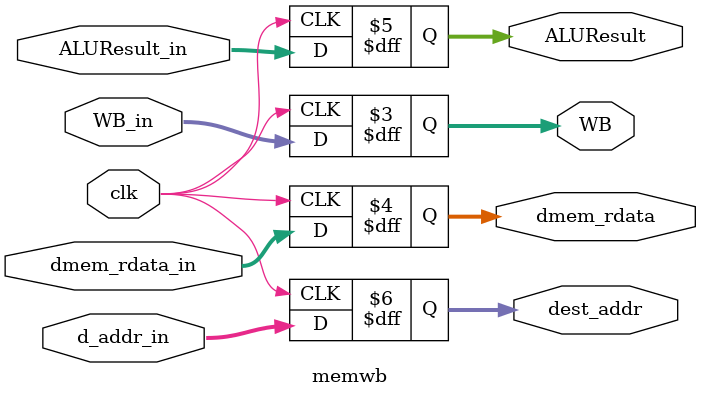
<source format=v>
module memwb (clk, WB_in, WB, dmem_rdata, dmem_rdata_in, ALUResult, ALUResult_in, dest_addr, d_addr_in);

input clk;
input [1:0] WB_in;
input [31:0] dmem_rdata_in;
input [31:0] ALUResult_in;
input [4:0] d_addr_in;


output [1:0] WB;
output [31:0] dmem_rdata;
output [31:0] ALUResult;
output [4:0] dest_addr;

reg [1:0] WB ;
reg [31:0] dmem_rdata ;
reg [31:0] ALUResult ;
reg [4:0] dest_addr ;

initial begin
WB = 0;
dmem_rdata = 0;
ALUResult = 0;
dest_addr = 0;
end

always@(posedge clk)
begin

WB <= WB_in;
dmem_rdata <= dmem_rdata_in;
ALUResult <= ALUResult_in;
dest_addr <= d_addr_in;

end

endmodule


</source>
